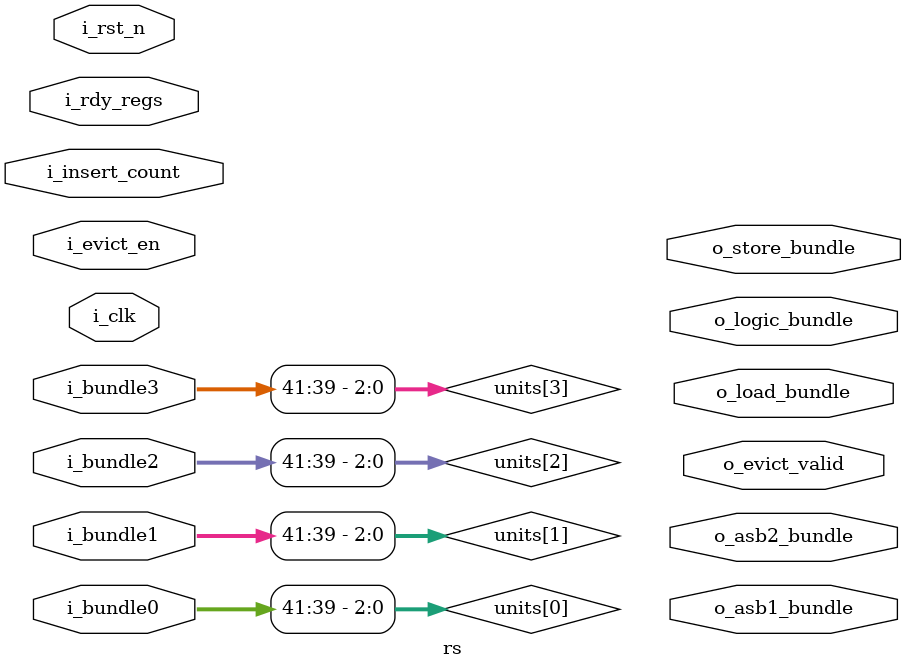
<source format=v>
`default_nettype none

module rs #(
    parameter BWIDTH = 57,
    parameter UNITS = 5
) (
    input wire i_clk,
    input wire i_rst_n,
    // queue up to 4 instruction bundles to be inserted into the reservation
    // station slots, in order (if bundle x stalls, x + 1 .. 4 cannot continue)
    // due to in order dispatch
    input wire [BWIDTH - 1:0] i_bundle0,
    input wire [BWIDTH - 1:0] i_bundle1,
    input wire [BWIDTH - 1:0] i_bundle2,
    input wire [BWIDTH - 1:0] i_bundle3,
    input wire [2:0] i_insert_count,
    // each execution unit can up
    input wire [6 * UNITS - 1:0] i_rdy_regs,
    // each bit marks if the corresponding execution unit is ready to receive
    // a new workload, so the corresponding bundle will be evicted from the
    // station
    input wire [UNITS - 1:0] i_evict_en,
    // these bundles are evicted from the rs
    output reg [BWIDTH - 1:0] o_asb1_bundle,
    output reg [BWIDTH - 1:0] o_asb2_bundle,
    output reg [BWIDTH - 1:0] o_logic_bundle,
    output reg [BWIDTH - 1:0] o_load_bundle,
    output reg [BWIDTH - 1:0] o_store_bundle,
    // hot if both eviction requested (i_evict_en) and slot full and ready
    output reg [UNITS - 1:0] o_evict_valid,
);
    localparam RBITS = 5;

    localparam UNIT_ASB = 3'h0;
    localparam UNIT_LOGIC = 3'h1;
    localparam UNIT_LOAD = 3'h2;
    localparam UNIT_STORE = 3'h3;
    localparam UNIT_ENV = 3'h4;

    wire [0:3] insert_valid = {i_insert_count != 0, i_insert_count > 1, i_insert_count > 2, i_insert_count == 3};

    wire [2:0] units [0:UNITS - 1];
    assign units[0] = i_bundle0[41:39];
    assign units[1] = i_bundle1[41:39];
    assign units[2] = i_bundle2[41:39];
    assign units[3] = i_bundle3[41:39];

    wire [0:3] unit_asb, unit_logic, unit_load, unit_store;
    genvar uindex;
    generate
        for (uindex = 0; uindex < 3; uindex = uindex + 1) begin
            assign unit_asb[uindex] = insert_valid[uindex] && (units[uindex] == UNIT_ASB);
            assign unit_logic[uindex] = insert_valid[uindex] && (units[uindex] == UNIT_LOGIC);
            assign unit_load[uindex] = insert_valid[uindex] && (units[uindex] == UNIT_LOAD);
            assign unit_store[uindex] = insert_valid[uindex] && (units[uindex] == UNIT_STORE);
        end
    endgenerate

    wire [1:0] ld_asb_count = unit_asb[0] + unit_asb[1] + unit_asb[2] + unit_asb[3];
    wire ld_asb1_en = (ld_asb_count == 2'b01) || (ld_asb_count == 2'b10);
    wire ld_asb2_en = ld_asb_count == 2'b10;
    wire ld_logic_en = |unit_logic;
    wire ld_load_en = |unit_load;
    wire ld_store_en = |unit_store;

    reg [1:0] ld_asb1, ld_asb2, ld_logic, ld_load, ld_store;
    always @(*) begin
        ld_asb1 = 2'bxx;
        ld_asb2 = 2'bxx;
        ld_logic = 2'bxx;
        ld_load = 2'bxx;
        ld_store = 2'bxx;

        casez (unit_asb)
            4'b11??: begin ld_asb1 = 2'b00; ld_asb2 = 2'b01; end
            4'b101?: begin ld_asb1 = 2'b00; ld_asb2 = 2'b10; end
            4'b1001: begin ld_asb1 = 2'b00; ld_asb2 = 2'b11; end
            4'b1000: begin ld_asb1 = 2'b00; ld_asb2 = 2'bxx; end
            4'b011?: begin ld_asb1 = 2'b01; ld_asb2 = 2'b10; end
            4'b0101: begin ld_asb1 = 2'b01; ld_asb2 = 2'b11; end
            4'b0100: begin ld_asb1 = 2'b01; ld_asb2 = 2'bxx; end
            4'b0011: begin ld_asb1 = 2'b10; ld_asb2 = 2'b11; end
            4'b0010: begin ld_asb1 = 2'b10; ld_asb2 = 2'bxx; end
            4'b0001: begin ld_asb1 = 2'b11; ld_asb2 = 2'bxx; end
        endcase

        casez (unit_logic)
            4'b1???: ld_logic = 2'b00;
            4'b01??: ld_logic = 2'b01;
            4'b001?: ld_logic = 2'b10;
            4'b0001: ld_logic = 2'b11;
        endcase

        casez (unit_load)
            4'b1???: ld_load = 2'b00;
            4'b01??: ld_load = 2'b01;
            4'b001?: ld_load = 2'b10;
            4'b0001: ld_load = 2'b11;
        endcase

        casez (unit_store)
            4'b1???: ld_store = 2'b00;
            4'b01??: ld_store = 2'b01;
            4'b001?: ld_store = 2'b10;
            4'b0001: ld_store = 2'b11;
        endcase
    end

    reg [BWIDTH - 1:0] bundles [UNITS - 1:0];
    reg [RBITS - 1:0] rs1 [UNITS - 1:0];
    reg [RBITS - 1:0] rs2 [UNITS - 1:0];
    reg full [UNITS - 1:0];
    reg rdy1 [UNITS - 1:0];
    reg rdy2 [UNITS - 1:0];

    wire [UNITS - 1:0] rdy1_eq [UNITS - 1:0];
    wire [UNITS - 1:0] rdy2_eq [UNITS - 1:0];

    genvar j, k;
    generate
        for (j = 0; j < UNITS; j = j + 1) begin
            for (k = 0; k < UNITS; k = k + 1) begin
                assign rdy1_eq[j][k] = rs1[j] == i_rdy_regs[k];
                assign rdy2_eq[j][k] = rs2[j] == i_rdy_regs[k];
            end
        end
    endgenerate
    integer i;
    always @(posedge i_clk, negedge i_rst_n) begin
        if (!i_rst_n) begin
            for (i = 0; i < UNITS; i = i + 1) begin
                bundles[i] <= {BWIDTH{1'b0}};
                rs1[i] <= {RBITS{1'b0}};
                rs2[i] <= {RBITS{1'b0}};
                full[i] <= 1'b0;
                rdy1[i] <= 1'b0;
                rdy2[i] <= 1'b0;
            end
        end else begin
            if (ld_asb1_en && !full[0]) begin
                full[0] <= 1'b1;
                case (ld_asb1)
                    2'b00: bundles[0] <= i_bundle0;
                    2'b01: bundles[0] <= i_bundle1;
                    2'b10: bundles[0] <= i_bundle2;
                    2'b11: bundles[0] <= i_bundle3;
                endcase
            end

            if (ld_asb2_en && !full[1]) begin
                full[1] <= 1'b1;
                case (ld_asb1)
                    2'b00: bundles[1] <= i_bundle0;
                    2'b01: bundles[1] <= i_bundle1;
                    2'b10: bundles[1] <= i_bundle2;
                    2'b11: bundles[1] <= i_bundle3;
                endcase
            end

            if (ld_logic_en && !full[2]) begin
                full[2] <= 1'b1;
                case (ld_asb1)
                    2'b00: bundles[2] <= i_bundle0;
                    2'b01: bundles[2] <= i_bundle1;
                    2'b10: bundles[2] <= i_bundle2;
                    2'b11: bundles[2] <= i_bundle3;
                endcase
            end

            if (ld_load_en && !full[3]) begin
                full[3] <= 1'b1;
                case (ld_asb1)
                    2'b00: bundles[3] <= i_bundle0;
                    2'b01: bundles[3] <= i_bundle1;
                    2'b10: bundles[3] <= i_bundle2;
                    2'b11: bundles[3] <= i_bundle3;
                endcase
            end

            if (ld_store_en && !full[4]) begin
                full[4] <= 1'b1;
                case (ld_asb1)
                    2'b00: bundles[4] <= i_bundle0;
                    2'b01: bundles[4] <= i_bundle1;
                    2'b10: bundles[4] <= i_bundle2;
                    2'b11: bundles[4] <= i_bundle3;
                endcase
            end

            for (i = 0; i < UNITS; i = i + 1) begin
                if (|rdy1_eq[i]) rdy1[i] <= 1'b1;
                if (|rdy2_eq[i]) rdy2[i] <= 1'b1;
            end
        end
    end

    // generate
    //     for (uindex = 0; uindex < UNITS; uindex = uindex + 1) begin
    //         assign o_rdy[uindex] = rdy1[uindex] && rdy2[uindex];
    //     end
    // endgenerate
    //
    // assign o_asb1_bundle = bundles[0];
    // assign o_asb2_bundle = bundles[1];
    // assign o_logic_bundle = bundles[2];
    // assign o_load_bundle = bundles[3];
    // assign o_store_bundle = bundles[4];
    `ifdef FORMAL
    reg f_past_valid;
    initial f_past_valid <= 1'b0;
    always @(posedge i_clk) f_past_valid <= 1'b1;


    `endif
endmodule

</source>
